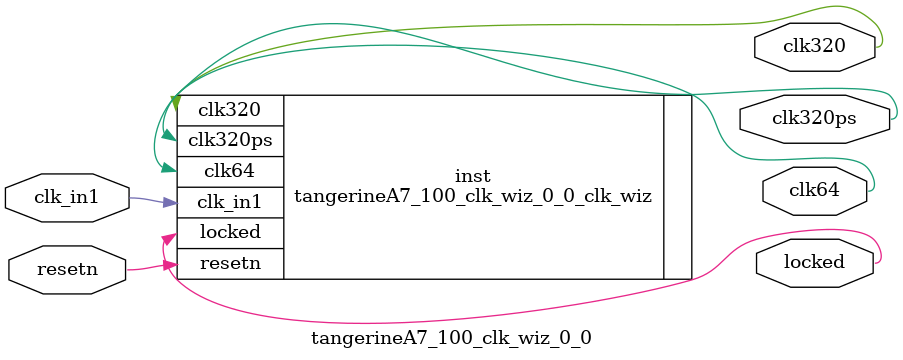
<source format=v>


`timescale 1ps/1ps

(* CORE_GENERATION_INFO = "tangerineA7_100_clk_wiz_0_0,clk_wiz_v6_0_12_0_0,{component_name=tangerineA7_100_clk_wiz_0_0,use_phase_alignment=true,use_min_o_jitter=false,use_max_i_jitter=false,use_dyn_phase_shift=false,use_inclk_switchover=false,use_dyn_reconfig=false,enable_axi=0,feedback_source=FDBK_AUTO,PRIMITIVE=MMCM,num_out_clk=3,clkin1_period=20.000,clkin2_period=10.0,use_power_down=false,use_reset=true,use_locked=true,use_inclk_stopped=false,feedback_type=SINGLE,CLOCK_MGR_TYPE=NA,manual_override=false}" *)

module tangerineA7_100_clk_wiz_0_0 
 (
  // Clock out ports
  output        clk64,
  output        clk320,
  output        clk320ps,
  // Status and control signals
  input         resetn,
  output        locked,
 // Clock in ports
  input         clk_in1
 );

  tangerineA7_100_clk_wiz_0_0_clk_wiz inst
  (
  // Clock out ports  
  .clk64(clk64),
  .clk320(clk320),
  .clk320ps(clk320ps),
  // Status and control signals               
  .resetn(resetn), 
  .locked(locked),
 // Clock in ports
  .clk_in1(clk_in1)
  );

endmodule

</source>
